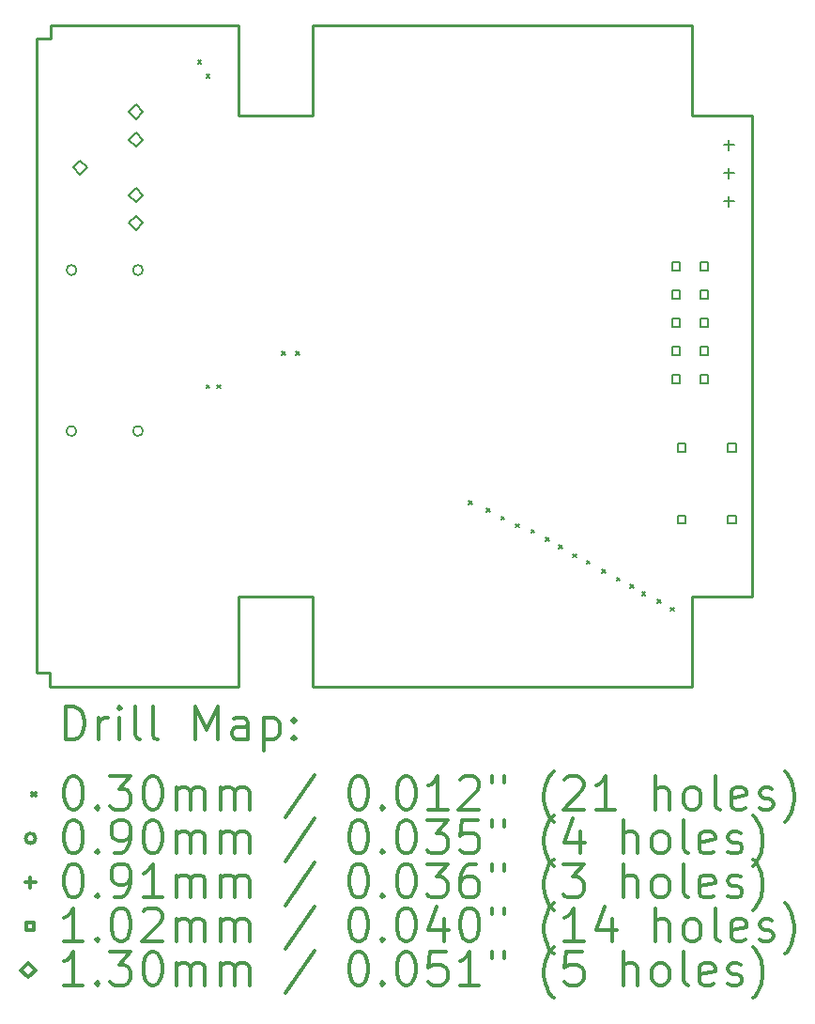
<source format=gbr>
%FSLAX45Y45*%
G04 Gerber Fmt 4.5, Leading zero omitted, Abs format (unit mm)*
G04 Created by KiCad (PCBNEW 0.201501280107+5391~20~ubuntu14.10.1-product) date Fre 06 Feb 2015 15:08:14 CET*
%MOMM*%
G01*
G04 APERTURE LIST*
%ADD10C,0.127000*%
%ADD11C,0.254000*%
%ADD12C,0.200000*%
%ADD13C,0.300000*%
G04 APERTURE END LIST*
D10*
D11*
X-11220450Y20643850D02*
X-11220450Y19831050D01*
X-11893550Y20643850D02*
X-11220450Y20643850D01*
X-11893550Y19831050D02*
X-11893550Y20643850D01*
X-11220450Y24974550D02*
X-11220450Y25787350D01*
X-11893550Y24974550D02*
X-11220450Y24974550D01*
X-11893550Y25787350D02*
X-11893550Y24974550D01*
X-7804150Y24974550D02*
X-7258050Y24974550D01*
X-7804150Y25787350D02*
X-7804150Y24974550D01*
X-7804150Y20643850D02*
X-7258050Y20643850D01*
X-7804150Y19831050D02*
X-7804150Y20643850D01*
X-13582650Y25673050D02*
X-13709650Y25673050D01*
X-13582650Y25787350D02*
X-13582650Y25673050D01*
X-11893550Y25787350D02*
X-13582650Y25787350D01*
X-7804150Y25787350D02*
X-11220450Y25787350D01*
X-11220450Y19831050D02*
X-7804150Y19831050D01*
X-13595350Y19831050D02*
X-11893550Y19831050D01*
X-13595350Y19958050D02*
X-13595350Y19831050D01*
X-13709650Y19958050D02*
X-13595350Y19958050D01*
X-13709650Y25673050D02*
X-13709650Y19958050D01*
X-7258050Y20649190D02*
X-7258050Y24969200D01*
D12*
X-12258700Y25474200D02*
X-12228700Y25444200D01*
X-12228700Y25474200D02*
X-12258700Y25444200D01*
X-12183700Y25349200D02*
X-12153700Y25319200D01*
X-12153700Y25349200D02*
X-12183700Y25319200D01*
X-12183700Y22549200D02*
X-12153700Y22519200D01*
X-12153700Y22549200D02*
X-12183700Y22519200D01*
X-12083700Y22549200D02*
X-12053700Y22519200D01*
X-12053700Y22549200D02*
X-12083700Y22519200D01*
X-11498700Y22849200D02*
X-11468700Y22819200D01*
X-11468700Y22849200D02*
X-11498700Y22819200D01*
X-11373700Y22849200D02*
X-11343700Y22819200D01*
X-11343700Y22849200D02*
X-11373700Y22819200D01*
X-9813700Y21504200D02*
X-9783700Y21474200D01*
X-9783700Y21504200D02*
X-9813700Y21474200D01*
X-9653700Y21434200D02*
X-9623700Y21404200D01*
X-9623700Y21434200D02*
X-9653700Y21404200D01*
X-9523700Y21364200D02*
X-9493700Y21334200D01*
X-9493700Y21364200D02*
X-9523700Y21334200D01*
X-9393700Y21294200D02*
X-9363700Y21264200D01*
X-9363700Y21294200D02*
X-9393700Y21264200D01*
X-9253700Y21244200D02*
X-9223700Y21214200D01*
X-9223700Y21244200D02*
X-9253700Y21214200D01*
X-9123700Y21174200D02*
X-9093700Y21144200D01*
X-9093700Y21174200D02*
X-9123700Y21144200D01*
X-9003700Y21104200D02*
X-8973700Y21074200D01*
X-8973700Y21104200D02*
X-9003700Y21074200D01*
X-8873700Y21024200D02*
X-8843700Y20994200D01*
X-8843700Y21024200D02*
X-8873700Y20994200D01*
X-8753700Y20964200D02*
X-8723700Y20934200D01*
X-8723700Y20964200D02*
X-8753700Y20934200D01*
X-8613700Y20884200D02*
X-8583700Y20854200D01*
X-8583700Y20884200D02*
X-8613700Y20854200D01*
X-8483700Y20814200D02*
X-8453700Y20784200D01*
X-8453700Y20814200D02*
X-8483700Y20784200D01*
X-8358400Y20749784D02*
X-8328400Y20719784D01*
X-8328400Y20749784D02*
X-8358400Y20719784D01*
X-8253700Y20684200D02*
X-8223700Y20654200D01*
X-8223700Y20684200D02*
X-8253700Y20654200D01*
X-8113700Y20614200D02*
X-8083700Y20584200D01*
X-8083700Y20614200D02*
X-8113700Y20584200D01*
X-7993700Y20544200D02*
X-7963700Y20514200D01*
X-7963700Y20544200D02*
X-7993700Y20514200D01*
X-13353700Y23584200D02*
G75*
G03X-13353700Y23584200I-45000J0D01*
G01*
X-13353700Y22134200D02*
G75*
G03X-13353700Y22134200I-45000J0D01*
G01*
X-12753700Y23584200D02*
G75*
G03X-12753700Y23584200I-45000J0D01*
G01*
X-12753700Y22134200D02*
G75*
G03X-12753700Y22134200I-45000J0D01*
G01*
X-7468700Y24758920D02*
X-7468700Y24667480D01*
X-7514420Y24713200D02*
X-7422980Y24713200D01*
X-7468700Y24504920D02*
X-7468700Y24413480D01*
X-7514420Y24459200D02*
X-7422980Y24459200D01*
X-7468700Y24250920D02*
X-7468700Y24159480D01*
X-7514420Y24205200D02*
X-7422980Y24205200D01*
X-7909779Y23581279D02*
X-7909779Y23653121D01*
X-7981621Y23653121D01*
X-7981621Y23581279D01*
X-7909779Y23581279D01*
X-7909779Y23327279D02*
X-7909779Y23399121D01*
X-7981621Y23399121D01*
X-7981621Y23327279D01*
X-7909779Y23327279D01*
X-7909779Y23073279D02*
X-7909779Y23145121D01*
X-7981621Y23145121D01*
X-7981621Y23073279D01*
X-7909779Y23073279D01*
X-7909779Y22819279D02*
X-7909779Y22891121D01*
X-7981621Y22891121D01*
X-7981621Y22819279D01*
X-7909779Y22819279D01*
X-7909779Y22565279D02*
X-7909779Y22637121D01*
X-7981621Y22637121D01*
X-7981621Y22565279D01*
X-7909779Y22565279D01*
X-7858839Y21948399D02*
X-7858839Y22020241D01*
X-7930681Y22020241D01*
X-7930681Y21948399D01*
X-7858839Y21948399D01*
X-7858839Y21298159D02*
X-7858839Y21370001D01*
X-7930681Y21370001D01*
X-7930681Y21298159D01*
X-7858839Y21298159D01*
X-7655779Y23581279D02*
X-7655779Y23653121D01*
X-7727621Y23653121D01*
X-7727621Y23581279D01*
X-7655779Y23581279D01*
X-7655779Y23327279D02*
X-7655779Y23399121D01*
X-7727621Y23399121D01*
X-7727621Y23327279D01*
X-7655779Y23327279D01*
X-7655779Y23073279D02*
X-7655779Y23145121D01*
X-7727621Y23145121D01*
X-7727621Y23073279D01*
X-7655779Y23073279D01*
X-7655779Y22819279D02*
X-7655779Y22891121D01*
X-7727621Y22891121D01*
X-7727621Y22819279D01*
X-7655779Y22819279D01*
X-7655779Y22565279D02*
X-7655779Y22637121D01*
X-7727621Y22637121D01*
X-7727621Y22565279D01*
X-7655779Y22565279D01*
X-7406719Y21948399D02*
X-7406719Y22020241D01*
X-7478561Y22020241D01*
X-7478561Y21948399D01*
X-7406719Y21948399D01*
X-7406719Y21298159D02*
X-7406719Y21370001D01*
X-7478561Y21370001D01*
X-7478561Y21298159D01*
X-7406719Y21298159D01*
X-13318700Y24444200D02*
X-13253700Y24509200D01*
X-13318700Y24574200D01*
X-13383700Y24509200D01*
X-13318700Y24444200D01*
X-12818700Y24944200D02*
X-12753700Y25009200D01*
X-12818700Y25074200D01*
X-12883700Y25009200D01*
X-12818700Y24944200D01*
X-12818700Y24694200D02*
X-12753700Y24759200D01*
X-12818700Y24824200D01*
X-12883700Y24759200D01*
X-12818700Y24694200D01*
X-12818700Y24194200D02*
X-12753700Y24259200D01*
X-12818700Y24324200D01*
X-12883700Y24259200D01*
X-12818700Y24194200D01*
X-12818700Y23944200D02*
X-12753700Y24009200D01*
X-12818700Y24074200D01*
X-12883700Y24009200D01*
X-12818700Y23944200D01*
D13*
X-13450921Y19352636D02*
X-13450921Y19652636D01*
X-13379493Y19652636D01*
X-13336636Y19638350D01*
X-13308064Y19609779D01*
X-13293779Y19581207D01*
X-13279493Y19524064D01*
X-13279493Y19481207D01*
X-13293779Y19424064D01*
X-13308064Y19395493D01*
X-13336636Y19366921D01*
X-13379493Y19352636D01*
X-13450921Y19352636D01*
X-13150921Y19352636D02*
X-13150921Y19552636D01*
X-13150921Y19495493D02*
X-13136636Y19524064D01*
X-13122350Y19538350D01*
X-13093779Y19552636D01*
X-13065207Y19552636D01*
X-12965207Y19352636D02*
X-12965207Y19552636D01*
X-12965207Y19652636D02*
X-12979493Y19638350D01*
X-12965207Y19624064D01*
X-12950921Y19638350D01*
X-12965207Y19652636D01*
X-12965207Y19624064D01*
X-12779493Y19352636D02*
X-12808064Y19366921D01*
X-12822350Y19395493D01*
X-12822350Y19652636D01*
X-12622350Y19352636D02*
X-12650921Y19366921D01*
X-12665207Y19395493D01*
X-12665207Y19652636D01*
X-12279493Y19352636D02*
X-12279493Y19652636D01*
X-12179493Y19438350D01*
X-12079493Y19652636D01*
X-12079493Y19352636D01*
X-11808064Y19352636D02*
X-11808064Y19509779D01*
X-11822350Y19538350D01*
X-11850921Y19552636D01*
X-11908064Y19552636D01*
X-11936636Y19538350D01*
X-11808064Y19366921D02*
X-11836636Y19352636D01*
X-11908064Y19352636D01*
X-11936636Y19366921D01*
X-11950921Y19395493D01*
X-11950921Y19424064D01*
X-11936636Y19452636D01*
X-11908064Y19466921D01*
X-11836636Y19466921D01*
X-11808064Y19481207D01*
X-11665207Y19552636D02*
X-11665207Y19252636D01*
X-11665207Y19538350D02*
X-11636636Y19552636D01*
X-11579493Y19552636D01*
X-11550921Y19538350D01*
X-11536636Y19524064D01*
X-11522350Y19495493D01*
X-11522350Y19409779D01*
X-11536636Y19381207D01*
X-11550921Y19366921D01*
X-11579493Y19352636D01*
X-11636636Y19352636D01*
X-11665207Y19366921D01*
X-11393779Y19381207D02*
X-11379493Y19366921D01*
X-11393779Y19352636D01*
X-11408064Y19366921D01*
X-11393779Y19381207D01*
X-11393779Y19352636D01*
X-11393779Y19538350D02*
X-11379493Y19524064D01*
X-11393779Y19509779D01*
X-11408064Y19524064D01*
X-11393779Y19538350D01*
X-11393779Y19509779D01*
X-13752350Y18873350D02*
X-13722350Y18843350D01*
X-13722350Y18873350D02*
X-13752350Y18843350D01*
X-13393779Y19022636D02*
X-13365207Y19022636D01*
X-13336636Y19008350D01*
X-13322350Y18994064D01*
X-13308064Y18965493D01*
X-13293779Y18908350D01*
X-13293779Y18836921D01*
X-13308064Y18779779D01*
X-13322350Y18751207D01*
X-13336636Y18736921D01*
X-13365207Y18722636D01*
X-13393779Y18722636D01*
X-13422350Y18736921D01*
X-13436636Y18751207D01*
X-13450921Y18779779D01*
X-13465207Y18836921D01*
X-13465207Y18908350D01*
X-13450921Y18965493D01*
X-13436636Y18994064D01*
X-13422350Y19008350D01*
X-13393779Y19022636D01*
X-13165207Y18751207D02*
X-13150921Y18736921D01*
X-13165207Y18722636D01*
X-13179493Y18736921D01*
X-13165207Y18751207D01*
X-13165207Y18722636D01*
X-13050922Y19022636D02*
X-12865207Y19022636D01*
X-12965207Y18908350D01*
X-12922350Y18908350D01*
X-12893779Y18894064D01*
X-12879493Y18879779D01*
X-12865207Y18851207D01*
X-12865207Y18779779D01*
X-12879493Y18751207D01*
X-12893779Y18736921D01*
X-12922350Y18722636D01*
X-13008064Y18722636D01*
X-13036636Y18736921D01*
X-13050922Y18751207D01*
X-12679493Y19022636D02*
X-12650921Y19022636D01*
X-12622350Y19008350D01*
X-12608064Y18994064D01*
X-12593779Y18965493D01*
X-12579493Y18908350D01*
X-12579493Y18836921D01*
X-12593779Y18779779D01*
X-12608064Y18751207D01*
X-12622350Y18736921D01*
X-12650921Y18722636D01*
X-12679493Y18722636D01*
X-12708064Y18736921D01*
X-12722350Y18751207D01*
X-12736636Y18779779D01*
X-12750921Y18836921D01*
X-12750921Y18908350D01*
X-12736636Y18965493D01*
X-12722350Y18994064D01*
X-12708064Y19008350D01*
X-12679493Y19022636D01*
X-12450921Y18722636D02*
X-12450921Y18922636D01*
X-12450921Y18894064D02*
X-12436636Y18908350D01*
X-12408064Y18922636D01*
X-12365207Y18922636D01*
X-12336636Y18908350D01*
X-12322350Y18879779D01*
X-12322350Y18722636D01*
X-12322350Y18879779D02*
X-12308064Y18908350D01*
X-12279493Y18922636D01*
X-12236636Y18922636D01*
X-12208064Y18908350D01*
X-12193779Y18879779D01*
X-12193779Y18722636D01*
X-12050921Y18722636D02*
X-12050921Y18922636D01*
X-12050921Y18894064D02*
X-12036636Y18908350D01*
X-12008064Y18922636D01*
X-11965207Y18922636D01*
X-11936636Y18908350D01*
X-11922350Y18879779D01*
X-11922350Y18722636D01*
X-11922350Y18879779D02*
X-11908064Y18908350D01*
X-11879493Y18922636D01*
X-11836636Y18922636D01*
X-11808064Y18908350D01*
X-11793779Y18879779D01*
X-11793779Y18722636D01*
X-11208064Y19036921D02*
X-11465207Y18651207D01*
X-10822350Y19022636D02*
X-10793779Y19022636D01*
X-10765207Y19008350D01*
X-10750922Y18994064D01*
X-10736636Y18965493D01*
X-10722350Y18908350D01*
X-10722350Y18836921D01*
X-10736636Y18779779D01*
X-10750922Y18751207D01*
X-10765207Y18736921D01*
X-10793779Y18722636D01*
X-10822350Y18722636D01*
X-10850922Y18736921D01*
X-10865207Y18751207D01*
X-10879493Y18779779D01*
X-10893779Y18836921D01*
X-10893779Y18908350D01*
X-10879493Y18965493D01*
X-10865207Y18994064D01*
X-10850922Y19008350D01*
X-10822350Y19022636D01*
X-10593779Y18751207D02*
X-10579493Y18736921D01*
X-10593779Y18722636D01*
X-10608064Y18736921D01*
X-10593779Y18751207D01*
X-10593779Y18722636D01*
X-10393779Y19022636D02*
X-10365207Y19022636D01*
X-10336636Y19008350D01*
X-10322350Y18994064D01*
X-10308065Y18965493D01*
X-10293779Y18908350D01*
X-10293779Y18836921D01*
X-10308065Y18779779D01*
X-10322350Y18751207D01*
X-10336636Y18736921D01*
X-10365207Y18722636D01*
X-10393779Y18722636D01*
X-10422350Y18736921D01*
X-10436636Y18751207D01*
X-10450922Y18779779D01*
X-10465207Y18836921D01*
X-10465207Y18908350D01*
X-10450922Y18965493D01*
X-10436636Y18994064D01*
X-10422350Y19008350D01*
X-10393779Y19022636D01*
X-10008065Y18722636D02*
X-10179493Y18722636D01*
X-10093779Y18722636D02*
X-10093779Y19022636D01*
X-10122350Y18979779D01*
X-10150922Y18951207D01*
X-10179493Y18936921D01*
X-9893779Y18994064D02*
X-9879493Y19008350D01*
X-9850922Y19022636D01*
X-9779493Y19022636D01*
X-9750922Y19008350D01*
X-9736636Y18994064D01*
X-9722350Y18965493D01*
X-9722350Y18936921D01*
X-9736636Y18894064D01*
X-9908065Y18722636D01*
X-9722350Y18722636D01*
X-9608064Y19022636D02*
X-9608064Y18965493D01*
X-9493779Y19022636D02*
X-9493779Y18965493D01*
X-9050922Y18608350D02*
X-9065207Y18622636D01*
X-9093779Y18665493D01*
X-9108065Y18694064D01*
X-9122350Y18736921D01*
X-9136636Y18808350D01*
X-9136636Y18865493D01*
X-9122350Y18936921D01*
X-9108065Y18979779D01*
X-9093779Y19008350D01*
X-9065207Y19051207D01*
X-9050922Y19065493D01*
X-8950922Y18994064D02*
X-8936636Y19008350D01*
X-8908065Y19022636D01*
X-8836636Y19022636D01*
X-8808065Y19008350D01*
X-8793779Y18994064D01*
X-8779493Y18965493D01*
X-8779493Y18936921D01*
X-8793779Y18894064D01*
X-8965207Y18722636D01*
X-8779493Y18722636D01*
X-8493779Y18722636D02*
X-8665207Y18722636D01*
X-8579493Y18722636D02*
X-8579493Y19022636D01*
X-8608065Y18979779D01*
X-8636636Y18951207D01*
X-8665207Y18936921D01*
X-8136636Y18722636D02*
X-8136636Y19022636D01*
X-8008064Y18722636D02*
X-8008064Y18879779D01*
X-8022350Y18908350D01*
X-8050922Y18922636D01*
X-8093779Y18922636D01*
X-8122350Y18908350D01*
X-8136636Y18894064D01*
X-7822350Y18722636D02*
X-7850922Y18736921D01*
X-7865207Y18751207D01*
X-7879493Y18779779D01*
X-7879493Y18865493D01*
X-7865207Y18894064D01*
X-7850922Y18908350D01*
X-7822350Y18922636D01*
X-7779493Y18922636D01*
X-7750922Y18908350D01*
X-7736636Y18894064D01*
X-7722350Y18865493D01*
X-7722350Y18779779D01*
X-7736636Y18751207D01*
X-7750922Y18736921D01*
X-7779493Y18722636D01*
X-7822350Y18722636D01*
X-7550922Y18722636D02*
X-7579493Y18736921D01*
X-7593779Y18765493D01*
X-7593779Y19022636D01*
X-7322350Y18736921D02*
X-7350921Y18722636D01*
X-7408064Y18722636D01*
X-7436636Y18736921D01*
X-7450921Y18765493D01*
X-7450921Y18879779D01*
X-7436636Y18908350D01*
X-7408064Y18922636D01*
X-7350921Y18922636D01*
X-7322350Y18908350D01*
X-7308064Y18879779D01*
X-7308064Y18851207D01*
X-7450921Y18822636D01*
X-7193779Y18736921D02*
X-7165207Y18722636D01*
X-7108064Y18722636D01*
X-7079493Y18736921D01*
X-7065207Y18765493D01*
X-7065207Y18779779D01*
X-7079493Y18808350D01*
X-7108064Y18822636D01*
X-7150921Y18822636D01*
X-7179493Y18836921D01*
X-7193779Y18865493D01*
X-7193779Y18879779D01*
X-7179493Y18908350D01*
X-7150921Y18922636D01*
X-7108064Y18922636D01*
X-7079493Y18908350D01*
X-6965207Y18608350D02*
X-6950921Y18622636D01*
X-6922350Y18665493D01*
X-6908064Y18694064D01*
X-6893779Y18736921D01*
X-6879493Y18808350D01*
X-6879493Y18865493D01*
X-6893779Y18936921D01*
X-6908064Y18979779D01*
X-6922350Y19008350D01*
X-6950921Y19051207D01*
X-6965207Y19065493D01*
X-13722350Y18462350D02*
G75*
G03X-13722350Y18462350I-45000J0D01*
G01*
X-13393779Y18626636D02*
X-13365207Y18626636D01*
X-13336636Y18612350D01*
X-13322350Y18598064D01*
X-13308064Y18569493D01*
X-13293779Y18512350D01*
X-13293779Y18440921D01*
X-13308064Y18383779D01*
X-13322350Y18355207D01*
X-13336636Y18340921D01*
X-13365207Y18326636D01*
X-13393779Y18326636D01*
X-13422350Y18340921D01*
X-13436636Y18355207D01*
X-13450921Y18383779D01*
X-13465207Y18440921D01*
X-13465207Y18512350D01*
X-13450921Y18569493D01*
X-13436636Y18598064D01*
X-13422350Y18612350D01*
X-13393779Y18626636D01*
X-13165207Y18355207D02*
X-13150921Y18340921D01*
X-13165207Y18326636D01*
X-13179493Y18340921D01*
X-13165207Y18355207D01*
X-13165207Y18326636D01*
X-13008064Y18326636D02*
X-12950922Y18326636D01*
X-12922350Y18340921D01*
X-12908064Y18355207D01*
X-12879493Y18398064D01*
X-12865207Y18455207D01*
X-12865207Y18569493D01*
X-12879493Y18598064D01*
X-12893779Y18612350D01*
X-12922350Y18626636D01*
X-12979493Y18626636D01*
X-13008064Y18612350D01*
X-13022350Y18598064D01*
X-13036636Y18569493D01*
X-13036636Y18498064D01*
X-13022350Y18469493D01*
X-13008064Y18455207D01*
X-12979493Y18440921D01*
X-12922350Y18440921D01*
X-12893779Y18455207D01*
X-12879493Y18469493D01*
X-12865207Y18498064D01*
X-12679493Y18626636D02*
X-12650921Y18626636D01*
X-12622350Y18612350D01*
X-12608064Y18598064D01*
X-12593779Y18569493D01*
X-12579493Y18512350D01*
X-12579493Y18440921D01*
X-12593779Y18383779D01*
X-12608064Y18355207D01*
X-12622350Y18340921D01*
X-12650921Y18326636D01*
X-12679493Y18326636D01*
X-12708064Y18340921D01*
X-12722350Y18355207D01*
X-12736636Y18383779D01*
X-12750921Y18440921D01*
X-12750921Y18512350D01*
X-12736636Y18569493D01*
X-12722350Y18598064D01*
X-12708064Y18612350D01*
X-12679493Y18626636D01*
X-12450921Y18326636D02*
X-12450921Y18526636D01*
X-12450921Y18498064D02*
X-12436636Y18512350D01*
X-12408064Y18526636D01*
X-12365207Y18526636D01*
X-12336636Y18512350D01*
X-12322350Y18483779D01*
X-12322350Y18326636D01*
X-12322350Y18483779D02*
X-12308064Y18512350D01*
X-12279493Y18526636D01*
X-12236636Y18526636D01*
X-12208064Y18512350D01*
X-12193779Y18483779D01*
X-12193779Y18326636D01*
X-12050921Y18326636D02*
X-12050921Y18526636D01*
X-12050921Y18498064D02*
X-12036636Y18512350D01*
X-12008064Y18526636D01*
X-11965207Y18526636D01*
X-11936636Y18512350D01*
X-11922350Y18483779D01*
X-11922350Y18326636D01*
X-11922350Y18483779D02*
X-11908064Y18512350D01*
X-11879493Y18526636D01*
X-11836636Y18526636D01*
X-11808064Y18512350D01*
X-11793779Y18483779D01*
X-11793779Y18326636D01*
X-11208064Y18640921D02*
X-11465207Y18255207D01*
X-10822350Y18626636D02*
X-10793779Y18626636D01*
X-10765207Y18612350D01*
X-10750922Y18598064D01*
X-10736636Y18569493D01*
X-10722350Y18512350D01*
X-10722350Y18440921D01*
X-10736636Y18383779D01*
X-10750922Y18355207D01*
X-10765207Y18340921D01*
X-10793779Y18326636D01*
X-10822350Y18326636D01*
X-10850922Y18340921D01*
X-10865207Y18355207D01*
X-10879493Y18383779D01*
X-10893779Y18440921D01*
X-10893779Y18512350D01*
X-10879493Y18569493D01*
X-10865207Y18598064D01*
X-10850922Y18612350D01*
X-10822350Y18626636D01*
X-10593779Y18355207D02*
X-10579493Y18340921D01*
X-10593779Y18326636D01*
X-10608064Y18340921D01*
X-10593779Y18355207D01*
X-10593779Y18326636D01*
X-10393779Y18626636D02*
X-10365207Y18626636D01*
X-10336636Y18612350D01*
X-10322350Y18598064D01*
X-10308065Y18569493D01*
X-10293779Y18512350D01*
X-10293779Y18440921D01*
X-10308065Y18383779D01*
X-10322350Y18355207D01*
X-10336636Y18340921D01*
X-10365207Y18326636D01*
X-10393779Y18326636D01*
X-10422350Y18340921D01*
X-10436636Y18355207D01*
X-10450922Y18383779D01*
X-10465207Y18440921D01*
X-10465207Y18512350D01*
X-10450922Y18569493D01*
X-10436636Y18598064D01*
X-10422350Y18612350D01*
X-10393779Y18626636D01*
X-10193779Y18626636D02*
X-10008065Y18626636D01*
X-10108065Y18512350D01*
X-10065207Y18512350D01*
X-10036636Y18498064D01*
X-10022350Y18483779D01*
X-10008065Y18455207D01*
X-10008065Y18383779D01*
X-10022350Y18355207D01*
X-10036636Y18340921D01*
X-10065207Y18326636D01*
X-10150922Y18326636D01*
X-10179493Y18340921D01*
X-10193779Y18355207D01*
X-9736636Y18626636D02*
X-9879493Y18626636D01*
X-9893779Y18483779D01*
X-9879493Y18498064D01*
X-9850922Y18512350D01*
X-9779493Y18512350D01*
X-9750922Y18498064D01*
X-9736636Y18483779D01*
X-9722350Y18455207D01*
X-9722350Y18383779D01*
X-9736636Y18355207D01*
X-9750922Y18340921D01*
X-9779493Y18326636D01*
X-9850922Y18326636D01*
X-9879493Y18340921D01*
X-9893779Y18355207D01*
X-9608064Y18626636D02*
X-9608064Y18569493D01*
X-9493779Y18626636D02*
X-9493779Y18569493D01*
X-9050922Y18212350D02*
X-9065207Y18226636D01*
X-9093779Y18269493D01*
X-9108065Y18298064D01*
X-9122350Y18340921D01*
X-9136636Y18412350D01*
X-9136636Y18469493D01*
X-9122350Y18540921D01*
X-9108065Y18583779D01*
X-9093779Y18612350D01*
X-9065207Y18655207D01*
X-9050922Y18669493D01*
X-8808065Y18526636D02*
X-8808065Y18326636D01*
X-8879493Y18640921D02*
X-8950922Y18426636D01*
X-8765207Y18426636D01*
X-8422350Y18326636D02*
X-8422350Y18626636D01*
X-8293779Y18326636D02*
X-8293779Y18483779D01*
X-8308064Y18512350D01*
X-8336636Y18526636D01*
X-8379493Y18526636D01*
X-8408065Y18512350D01*
X-8422350Y18498064D01*
X-8108064Y18326636D02*
X-8136636Y18340921D01*
X-8150922Y18355207D01*
X-8165207Y18383779D01*
X-8165207Y18469493D01*
X-8150922Y18498064D01*
X-8136636Y18512350D01*
X-8108064Y18526636D01*
X-8065207Y18526636D01*
X-8036636Y18512350D01*
X-8022350Y18498064D01*
X-8008064Y18469493D01*
X-8008064Y18383779D01*
X-8022350Y18355207D01*
X-8036636Y18340921D01*
X-8065207Y18326636D01*
X-8108064Y18326636D01*
X-7836636Y18326636D02*
X-7865207Y18340921D01*
X-7879493Y18369493D01*
X-7879493Y18626636D01*
X-7608064Y18340921D02*
X-7636636Y18326636D01*
X-7693779Y18326636D01*
X-7722350Y18340921D01*
X-7736636Y18369493D01*
X-7736636Y18483779D01*
X-7722350Y18512350D01*
X-7693779Y18526636D01*
X-7636636Y18526636D01*
X-7608064Y18512350D01*
X-7593779Y18483779D01*
X-7593779Y18455207D01*
X-7736636Y18426636D01*
X-7479493Y18340921D02*
X-7450921Y18326636D01*
X-7393779Y18326636D01*
X-7365207Y18340921D01*
X-7350921Y18369493D01*
X-7350921Y18383779D01*
X-7365207Y18412350D01*
X-7393779Y18426636D01*
X-7436636Y18426636D01*
X-7465207Y18440921D01*
X-7479493Y18469493D01*
X-7479493Y18483779D01*
X-7465207Y18512350D01*
X-7436636Y18526636D01*
X-7393779Y18526636D01*
X-7365207Y18512350D01*
X-7250922Y18212350D02*
X-7236636Y18226636D01*
X-7208064Y18269493D01*
X-7193779Y18298064D01*
X-7179493Y18340921D01*
X-7165207Y18412350D01*
X-7165207Y18469493D01*
X-7179493Y18540921D01*
X-7193779Y18583779D01*
X-7208064Y18612350D01*
X-7236636Y18655207D01*
X-7250922Y18669493D01*
X-13768070Y18112070D02*
X-13768070Y18020630D01*
X-13813790Y18066350D02*
X-13722350Y18066350D01*
X-13393779Y18230636D02*
X-13365207Y18230636D01*
X-13336636Y18216350D01*
X-13322350Y18202064D01*
X-13308064Y18173493D01*
X-13293779Y18116350D01*
X-13293779Y18044921D01*
X-13308064Y17987779D01*
X-13322350Y17959207D01*
X-13336636Y17944921D01*
X-13365207Y17930636D01*
X-13393779Y17930636D01*
X-13422350Y17944921D01*
X-13436636Y17959207D01*
X-13450921Y17987779D01*
X-13465207Y18044921D01*
X-13465207Y18116350D01*
X-13450921Y18173493D01*
X-13436636Y18202064D01*
X-13422350Y18216350D01*
X-13393779Y18230636D01*
X-13165207Y17959207D02*
X-13150921Y17944921D01*
X-13165207Y17930636D01*
X-13179493Y17944921D01*
X-13165207Y17959207D01*
X-13165207Y17930636D01*
X-13008064Y17930636D02*
X-12950922Y17930636D01*
X-12922350Y17944921D01*
X-12908064Y17959207D01*
X-12879493Y18002064D01*
X-12865207Y18059207D01*
X-12865207Y18173493D01*
X-12879493Y18202064D01*
X-12893779Y18216350D01*
X-12922350Y18230636D01*
X-12979493Y18230636D01*
X-13008064Y18216350D01*
X-13022350Y18202064D01*
X-13036636Y18173493D01*
X-13036636Y18102064D01*
X-13022350Y18073493D01*
X-13008064Y18059207D01*
X-12979493Y18044921D01*
X-12922350Y18044921D01*
X-12893779Y18059207D01*
X-12879493Y18073493D01*
X-12865207Y18102064D01*
X-12579493Y17930636D02*
X-12750921Y17930636D01*
X-12665207Y17930636D02*
X-12665207Y18230636D01*
X-12693779Y18187779D01*
X-12722350Y18159207D01*
X-12750921Y18144921D01*
X-12450921Y17930636D02*
X-12450921Y18130636D01*
X-12450921Y18102064D02*
X-12436636Y18116350D01*
X-12408064Y18130636D01*
X-12365207Y18130636D01*
X-12336636Y18116350D01*
X-12322350Y18087779D01*
X-12322350Y17930636D01*
X-12322350Y18087779D02*
X-12308064Y18116350D01*
X-12279493Y18130636D01*
X-12236636Y18130636D01*
X-12208064Y18116350D01*
X-12193779Y18087779D01*
X-12193779Y17930636D01*
X-12050921Y17930636D02*
X-12050921Y18130636D01*
X-12050921Y18102064D02*
X-12036636Y18116350D01*
X-12008064Y18130636D01*
X-11965207Y18130636D01*
X-11936636Y18116350D01*
X-11922350Y18087779D01*
X-11922350Y17930636D01*
X-11922350Y18087779D02*
X-11908064Y18116350D01*
X-11879493Y18130636D01*
X-11836636Y18130636D01*
X-11808064Y18116350D01*
X-11793779Y18087779D01*
X-11793779Y17930636D01*
X-11208064Y18244921D02*
X-11465207Y17859207D01*
X-10822350Y18230636D02*
X-10793779Y18230636D01*
X-10765207Y18216350D01*
X-10750922Y18202064D01*
X-10736636Y18173493D01*
X-10722350Y18116350D01*
X-10722350Y18044921D01*
X-10736636Y17987779D01*
X-10750922Y17959207D01*
X-10765207Y17944921D01*
X-10793779Y17930636D01*
X-10822350Y17930636D01*
X-10850922Y17944921D01*
X-10865207Y17959207D01*
X-10879493Y17987779D01*
X-10893779Y18044921D01*
X-10893779Y18116350D01*
X-10879493Y18173493D01*
X-10865207Y18202064D01*
X-10850922Y18216350D01*
X-10822350Y18230636D01*
X-10593779Y17959207D02*
X-10579493Y17944921D01*
X-10593779Y17930636D01*
X-10608064Y17944921D01*
X-10593779Y17959207D01*
X-10593779Y17930636D01*
X-10393779Y18230636D02*
X-10365207Y18230636D01*
X-10336636Y18216350D01*
X-10322350Y18202064D01*
X-10308065Y18173493D01*
X-10293779Y18116350D01*
X-10293779Y18044921D01*
X-10308065Y17987779D01*
X-10322350Y17959207D01*
X-10336636Y17944921D01*
X-10365207Y17930636D01*
X-10393779Y17930636D01*
X-10422350Y17944921D01*
X-10436636Y17959207D01*
X-10450922Y17987779D01*
X-10465207Y18044921D01*
X-10465207Y18116350D01*
X-10450922Y18173493D01*
X-10436636Y18202064D01*
X-10422350Y18216350D01*
X-10393779Y18230636D01*
X-10193779Y18230636D02*
X-10008065Y18230636D01*
X-10108065Y18116350D01*
X-10065207Y18116350D01*
X-10036636Y18102064D01*
X-10022350Y18087779D01*
X-10008065Y18059207D01*
X-10008065Y17987779D01*
X-10022350Y17959207D01*
X-10036636Y17944921D01*
X-10065207Y17930636D01*
X-10150922Y17930636D01*
X-10179493Y17944921D01*
X-10193779Y17959207D01*
X-9750922Y18230636D02*
X-9808065Y18230636D01*
X-9836636Y18216350D01*
X-9850922Y18202064D01*
X-9879493Y18159207D01*
X-9893779Y18102064D01*
X-9893779Y17987779D01*
X-9879493Y17959207D01*
X-9865207Y17944921D01*
X-9836636Y17930636D01*
X-9779493Y17930636D01*
X-9750922Y17944921D01*
X-9736636Y17959207D01*
X-9722350Y17987779D01*
X-9722350Y18059207D01*
X-9736636Y18087779D01*
X-9750922Y18102064D01*
X-9779493Y18116350D01*
X-9836636Y18116350D01*
X-9865207Y18102064D01*
X-9879493Y18087779D01*
X-9893779Y18059207D01*
X-9608064Y18230636D02*
X-9608064Y18173493D01*
X-9493779Y18230636D02*
X-9493779Y18173493D01*
X-9050922Y17816350D02*
X-9065207Y17830636D01*
X-9093779Y17873493D01*
X-9108065Y17902064D01*
X-9122350Y17944921D01*
X-9136636Y18016350D01*
X-9136636Y18073493D01*
X-9122350Y18144921D01*
X-9108065Y18187779D01*
X-9093779Y18216350D01*
X-9065207Y18259207D01*
X-9050922Y18273493D01*
X-8965207Y18230636D02*
X-8779493Y18230636D01*
X-8879493Y18116350D01*
X-8836636Y18116350D01*
X-8808065Y18102064D01*
X-8793779Y18087779D01*
X-8779493Y18059207D01*
X-8779493Y17987779D01*
X-8793779Y17959207D01*
X-8808065Y17944921D01*
X-8836636Y17930636D01*
X-8922350Y17930636D01*
X-8950922Y17944921D01*
X-8965207Y17959207D01*
X-8422350Y17930636D02*
X-8422350Y18230636D01*
X-8293779Y17930636D02*
X-8293779Y18087779D01*
X-8308064Y18116350D01*
X-8336636Y18130636D01*
X-8379493Y18130636D01*
X-8408065Y18116350D01*
X-8422350Y18102064D01*
X-8108064Y17930636D02*
X-8136636Y17944921D01*
X-8150922Y17959207D01*
X-8165207Y17987779D01*
X-8165207Y18073493D01*
X-8150922Y18102064D01*
X-8136636Y18116350D01*
X-8108064Y18130636D01*
X-8065207Y18130636D01*
X-8036636Y18116350D01*
X-8022350Y18102064D01*
X-8008064Y18073493D01*
X-8008064Y17987779D01*
X-8022350Y17959207D01*
X-8036636Y17944921D01*
X-8065207Y17930636D01*
X-8108064Y17930636D01*
X-7836636Y17930636D02*
X-7865207Y17944921D01*
X-7879493Y17973493D01*
X-7879493Y18230636D01*
X-7608064Y17944921D02*
X-7636636Y17930636D01*
X-7693779Y17930636D01*
X-7722350Y17944921D01*
X-7736636Y17973493D01*
X-7736636Y18087779D01*
X-7722350Y18116350D01*
X-7693779Y18130636D01*
X-7636636Y18130636D01*
X-7608064Y18116350D01*
X-7593779Y18087779D01*
X-7593779Y18059207D01*
X-7736636Y18030636D01*
X-7479493Y17944921D02*
X-7450921Y17930636D01*
X-7393779Y17930636D01*
X-7365207Y17944921D01*
X-7350921Y17973493D01*
X-7350921Y17987779D01*
X-7365207Y18016350D01*
X-7393779Y18030636D01*
X-7436636Y18030636D01*
X-7465207Y18044921D01*
X-7479493Y18073493D01*
X-7479493Y18087779D01*
X-7465207Y18116350D01*
X-7436636Y18130636D01*
X-7393779Y18130636D01*
X-7365207Y18116350D01*
X-7250922Y17816350D02*
X-7236636Y17830636D01*
X-7208064Y17873493D01*
X-7193779Y17902064D01*
X-7179493Y17944921D01*
X-7165207Y18016350D01*
X-7165207Y18073493D01*
X-7179493Y18144921D01*
X-7193779Y18187779D01*
X-7208064Y18216350D01*
X-7236636Y18259207D01*
X-7250922Y18273493D01*
X-13737229Y17634429D02*
X-13737229Y17706271D01*
X-13809071Y17706271D01*
X-13809071Y17634429D01*
X-13737229Y17634429D01*
X-13293779Y17534636D02*
X-13465207Y17534636D01*
X-13379493Y17534636D02*
X-13379493Y17834636D01*
X-13408064Y17791779D01*
X-13436636Y17763207D01*
X-13465207Y17748921D01*
X-13165207Y17563207D02*
X-13150921Y17548921D01*
X-13165207Y17534636D01*
X-13179493Y17548921D01*
X-13165207Y17563207D01*
X-13165207Y17534636D01*
X-12965207Y17834636D02*
X-12936636Y17834636D01*
X-12908064Y17820350D01*
X-12893779Y17806064D01*
X-12879493Y17777493D01*
X-12865207Y17720350D01*
X-12865207Y17648921D01*
X-12879493Y17591779D01*
X-12893779Y17563207D01*
X-12908064Y17548921D01*
X-12936636Y17534636D01*
X-12965207Y17534636D01*
X-12993779Y17548921D01*
X-13008064Y17563207D01*
X-13022350Y17591779D01*
X-13036636Y17648921D01*
X-13036636Y17720350D01*
X-13022350Y17777493D01*
X-13008064Y17806064D01*
X-12993779Y17820350D01*
X-12965207Y17834636D01*
X-12750921Y17806064D02*
X-12736636Y17820350D01*
X-12708064Y17834636D01*
X-12636636Y17834636D01*
X-12608064Y17820350D01*
X-12593779Y17806064D01*
X-12579493Y17777493D01*
X-12579493Y17748921D01*
X-12593779Y17706064D01*
X-12765207Y17534636D01*
X-12579493Y17534636D01*
X-12450921Y17534636D02*
X-12450921Y17734636D01*
X-12450921Y17706064D02*
X-12436636Y17720350D01*
X-12408064Y17734636D01*
X-12365207Y17734636D01*
X-12336636Y17720350D01*
X-12322350Y17691779D01*
X-12322350Y17534636D01*
X-12322350Y17691779D02*
X-12308064Y17720350D01*
X-12279493Y17734636D01*
X-12236636Y17734636D01*
X-12208064Y17720350D01*
X-12193779Y17691779D01*
X-12193779Y17534636D01*
X-12050921Y17534636D02*
X-12050921Y17734636D01*
X-12050921Y17706064D02*
X-12036636Y17720350D01*
X-12008064Y17734636D01*
X-11965207Y17734636D01*
X-11936636Y17720350D01*
X-11922350Y17691779D01*
X-11922350Y17534636D01*
X-11922350Y17691779D02*
X-11908064Y17720350D01*
X-11879493Y17734636D01*
X-11836636Y17734636D01*
X-11808064Y17720350D01*
X-11793779Y17691779D01*
X-11793779Y17534636D01*
X-11208064Y17848921D02*
X-11465207Y17463207D01*
X-10822350Y17834636D02*
X-10793779Y17834636D01*
X-10765207Y17820350D01*
X-10750922Y17806064D01*
X-10736636Y17777493D01*
X-10722350Y17720350D01*
X-10722350Y17648921D01*
X-10736636Y17591779D01*
X-10750922Y17563207D01*
X-10765207Y17548921D01*
X-10793779Y17534636D01*
X-10822350Y17534636D01*
X-10850922Y17548921D01*
X-10865207Y17563207D01*
X-10879493Y17591779D01*
X-10893779Y17648921D01*
X-10893779Y17720350D01*
X-10879493Y17777493D01*
X-10865207Y17806064D01*
X-10850922Y17820350D01*
X-10822350Y17834636D01*
X-10593779Y17563207D02*
X-10579493Y17548921D01*
X-10593779Y17534636D01*
X-10608064Y17548921D01*
X-10593779Y17563207D01*
X-10593779Y17534636D01*
X-10393779Y17834636D02*
X-10365207Y17834636D01*
X-10336636Y17820350D01*
X-10322350Y17806064D01*
X-10308065Y17777493D01*
X-10293779Y17720350D01*
X-10293779Y17648921D01*
X-10308065Y17591779D01*
X-10322350Y17563207D01*
X-10336636Y17548921D01*
X-10365207Y17534636D01*
X-10393779Y17534636D01*
X-10422350Y17548921D01*
X-10436636Y17563207D01*
X-10450922Y17591779D01*
X-10465207Y17648921D01*
X-10465207Y17720350D01*
X-10450922Y17777493D01*
X-10436636Y17806064D01*
X-10422350Y17820350D01*
X-10393779Y17834636D01*
X-10036636Y17734636D02*
X-10036636Y17534636D01*
X-10108065Y17848921D02*
X-10179493Y17634636D01*
X-9993779Y17634636D01*
X-9822350Y17834636D02*
X-9793779Y17834636D01*
X-9765207Y17820350D01*
X-9750922Y17806064D01*
X-9736636Y17777493D01*
X-9722350Y17720350D01*
X-9722350Y17648921D01*
X-9736636Y17591779D01*
X-9750922Y17563207D01*
X-9765207Y17548921D01*
X-9793779Y17534636D01*
X-9822350Y17534636D01*
X-9850922Y17548921D01*
X-9865207Y17563207D01*
X-9879493Y17591779D01*
X-9893779Y17648921D01*
X-9893779Y17720350D01*
X-9879493Y17777493D01*
X-9865207Y17806064D01*
X-9850922Y17820350D01*
X-9822350Y17834636D01*
X-9608064Y17834636D02*
X-9608064Y17777493D01*
X-9493779Y17834636D02*
X-9493779Y17777493D01*
X-9050922Y17420350D02*
X-9065207Y17434636D01*
X-9093779Y17477493D01*
X-9108065Y17506064D01*
X-9122350Y17548921D01*
X-9136636Y17620350D01*
X-9136636Y17677493D01*
X-9122350Y17748921D01*
X-9108065Y17791779D01*
X-9093779Y17820350D01*
X-9065207Y17863207D01*
X-9050922Y17877493D01*
X-8779493Y17534636D02*
X-8950922Y17534636D01*
X-8865207Y17534636D02*
X-8865207Y17834636D01*
X-8893779Y17791779D01*
X-8922350Y17763207D01*
X-8950922Y17748921D01*
X-8522350Y17734636D02*
X-8522350Y17534636D01*
X-8593779Y17848921D02*
X-8665207Y17634636D01*
X-8479493Y17634636D01*
X-8136636Y17534636D02*
X-8136636Y17834636D01*
X-8008064Y17534636D02*
X-8008064Y17691779D01*
X-8022350Y17720350D01*
X-8050922Y17734636D01*
X-8093779Y17734636D01*
X-8122350Y17720350D01*
X-8136636Y17706064D01*
X-7822350Y17534636D02*
X-7850922Y17548921D01*
X-7865207Y17563207D01*
X-7879493Y17591779D01*
X-7879493Y17677493D01*
X-7865207Y17706064D01*
X-7850922Y17720350D01*
X-7822350Y17734636D01*
X-7779493Y17734636D01*
X-7750922Y17720350D01*
X-7736636Y17706064D01*
X-7722350Y17677493D01*
X-7722350Y17591779D01*
X-7736636Y17563207D01*
X-7750922Y17548921D01*
X-7779493Y17534636D01*
X-7822350Y17534636D01*
X-7550922Y17534636D02*
X-7579493Y17548921D01*
X-7593779Y17577493D01*
X-7593779Y17834636D01*
X-7322350Y17548921D02*
X-7350921Y17534636D01*
X-7408064Y17534636D01*
X-7436636Y17548921D01*
X-7450921Y17577493D01*
X-7450921Y17691779D01*
X-7436636Y17720350D01*
X-7408064Y17734636D01*
X-7350921Y17734636D01*
X-7322350Y17720350D01*
X-7308064Y17691779D01*
X-7308064Y17663207D01*
X-7450921Y17634636D01*
X-7193779Y17548921D02*
X-7165207Y17534636D01*
X-7108064Y17534636D01*
X-7079493Y17548921D01*
X-7065207Y17577493D01*
X-7065207Y17591779D01*
X-7079493Y17620350D01*
X-7108064Y17634636D01*
X-7150921Y17634636D01*
X-7179493Y17648921D01*
X-7193779Y17677493D01*
X-7193779Y17691779D01*
X-7179493Y17720350D01*
X-7150921Y17734636D01*
X-7108064Y17734636D01*
X-7079493Y17720350D01*
X-6965207Y17420350D02*
X-6950921Y17434636D01*
X-6922350Y17477493D01*
X-6908064Y17506064D01*
X-6893779Y17548921D01*
X-6879493Y17620350D01*
X-6879493Y17677493D01*
X-6893779Y17748921D01*
X-6908064Y17791779D01*
X-6922350Y17820350D01*
X-6950921Y17863207D01*
X-6965207Y17877493D01*
X-13787350Y17209350D02*
X-13722350Y17274350D01*
X-13787350Y17339350D01*
X-13852350Y17274350D01*
X-13787350Y17209350D01*
X-13293779Y17138636D02*
X-13465207Y17138636D01*
X-13379493Y17138636D02*
X-13379493Y17438636D01*
X-13408064Y17395779D01*
X-13436636Y17367207D01*
X-13465207Y17352921D01*
X-13165207Y17167207D02*
X-13150921Y17152921D01*
X-13165207Y17138636D01*
X-13179493Y17152921D01*
X-13165207Y17167207D01*
X-13165207Y17138636D01*
X-13050922Y17438636D02*
X-12865207Y17438636D01*
X-12965207Y17324350D01*
X-12922350Y17324350D01*
X-12893779Y17310064D01*
X-12879493Y17295779D01*
X-12865207Y17267207D01*
X-12865207Y17195779D01*
X-12879493Y17167207D01*
X-12893779Y17152921D01*
X-12922350Y17138636D01*
X-13008064Y17138636D01*
X-13036636Y17152921D01*
X-13050922Y17167207D01*
X-12679493Y17438636D02*
X-12650921Y17438636D01*
X-12622350Y17424350D01*
X-12608064Y17410064D01*
X-12593779Y17381493D01*
X-12579493Y17324350D01*
X-12579493Y17252921D01*
X-12593779Y17195779D01*
X-12608064Y17167207D01*
X-12622350Y17152921D01*
X-12650921Y17138636D01*
X-12679493Y17138636D01*
X-12708064Y17152921D01*
X-12722350Y17167207D01*
X-12736636Y17195779D01*
X-12750921Y17252921D01*
X-12750921Y17324350D01*
X-12736636Y17381493D01*
X-12722350Y17410064D01*
X-12708064Y17424350D01*
X-12679493Y17438636D01*
X-12450921Y17138636D02*
X-12450921Y17338636D01*
X-12450921Y17310064D02*
X-12436636Y17324350D01*
X-12408064Y17338636D01*
X-12365207Y17338636D01*
X-12336636Y17324350D01*
X-12322350Y17295779D01*
X-12322350Y17138636D01*
X-12322350Y17295779D02*
X-12308064Y17324350D01*
X-12279493Y17338636D01*
X-12236636Y17338636D01*
X-12208064Y17324350D01*
X-12193779Y17295779D01*
X-12193779Y17138636D01*
X-12050921Y17138636D02*
X-12050921Y17338636D01*
X-12050921Y17310064D02*
X-12036636Y17324350D01*
X-12008064Y17338636D01*
X-11965207Y17338636D01*
X-11936636Y17324350D01*
X-11922350Y17295779D01*
X-11922350Y17138636D01*
X-11922350Y17295779D02*
X-11908064Y17324350D01*
X-11879493Y17338636D01*
X-11836636Y17338636D01*
X-11808064Y17324350D01*
X-11793779Y17295779D01*
X-11793779Y17138636D01*
X-11208064Y17452921D02*
X-11465207Y17067207D01*
X-10822350Y17438636D02*
X-10793779Y17438636D01*
X-10765207Y17424350D01*
X-10750922Y17410064D01*
X-10736636Y17381493D01*
X-10722350Y17324350D01*
X-10722350Y17252921D01*
X-10736636Y17195779D01*
X-10750922Y17167207D01*
X-10765207Y17152921D01*
X-10793779Y17138636D01*
X-10822350Y17138636D01*
X-10850922Y17152921D01*
X-10865207Y17167207D01*
X-10879493Y17195779D01*
X-10893779Y17252921D01*
X-10893779Y17324350D01*
X-10879493Y17381493D01*
X-10865207Y17410064D01*
X-10850922Y17424350D01*
X-10822350Y17438636D01*
X-10593779Y17167207D02*
X-10579493Y17152921D01*
X-10593779Y17138636D01*
X-10608064Y17152921D01*
X-10593779Y17167207D01*
X-10593779Y17138636D01*
X-10393779Y17438636D02*
X-10365207Y17438636D01*
X-10336636Y17424350D01*
X-10322350Y17410064D01*
X-10308065Y17381493D01*
X-10293779Y17324350D01*
X-10293779Y17252921D01*
X-10308065Y17195779D01*
X-10322350Y17167207D01*
X-10336636Y17152921D01*
X-10365207Y17138636D01*
X-10393779Y17138636D01*
X-10422350Y17152921D01*
X-10436636Y17167207D01*
X-10450922Y17195779D01*
X-10465207Y17252921D01*
X-10465207Y17324350D01*
X-10450922Y17381493D01*
X-10436636Y17410064D01*
X-10422350Y17424350D01*
X-10393779Y17438636D01*
X-10022350Y17438636D02*
X-10165207Y17438636D01*
X-10179493Y17295779D01*
X-10165207Y17310064D01*
X-10136636Y17324350D01*
X-10065207Y17324350D01*
X-10036636Y17310064D01*
X-10022350Y17295779D01*
X-10008065Y17267207D01*
X-10008065Y17195779D01*
X-10022350Y17167207D01*
X-10036636Y17152921D01*
X-10065207Y17138636D01*
X-10136636Y17138636D01*
X-10165207Y17152921D01*
X-10179493Y17167207D01*
X-9722350Y17138636D02*
X-9893779Y17138636D01*
X-9808065Y17138636D02*
X-9808065Y17438636D01*
X-9836636Y17395779D01*
X-9865207Y17367207D01*
X-9893779Y17352921D01*
X-9608064Y17438636D02*
X-9608064Y17381493D01*
X-9493779Y17438636D02*
X-9493779Y17381493D01*
X-9050922Y17024350D02*
X-9065207Y17038636D01*
X-9093779Y17081493D01*
X-9108065Y17110064D01*
X-9122350Y17152921D01*
X-9136636Y17224350D01*
X-9136636Y17281493D01*
X-9122350Y17352921D01*
X-9108065Y17395779D01*
X-9093779Y17424350D01*
X-9065207Y17467207D01*
X-9050922Y17481493D01*
X-8793779Y17438636D02*
X-8936636Y17438636D01*
X-8950922Y17295779D01*
X-8936636Y17310064D01*
X-8908065Y17324350D01*
X-8836636Y17324350D01*
X-8808065Y17310064D01*
X-8793779Y17295779D01*
X-8779493Y17267207D01*
X-8779493Y17195779D01*
X-8793779Y17167207D01*
X-8808065Y17152921D01*
X-8836636Y17138636D01*
X-8908065Y17138636D01*
X-8936636Y17152921D01*
X-8950922Y17167207D01*
X-8422350Y17138636D02*
X-8422350Y17438636D01*
X-8293779Y17138636D02*
X-8293779Y17295779D01*
X-8308064Y17324350D01*
X-8336636Y17338636D01*
X-8379493Y17338636D01*
X-8408065Y17324350D01*
X-8422350Y17310064D01*
X-8108064Y17138636D02*
X-8136636Y17152921D01*
X-8150922Y17167207D01*
X-8165207Y17195779D01*
X-8165207Y17281493D01*
X-8150922Y17310064D01*
X-8136636Y17324350D01*
X-8108064Y17338636D01*
X-8065207Y17338636D01*
X-8036636Y17324350D01*
X-8022350Y17310064D01*
X-8008064Y17281493D01*
X-8008064Y17195779D01*
X-8022350Y17167207D01*
X-8036636Y17152921D01*
X-8065207Y17138636D01*
X-8108064Y17138636D01*
X-7836636Y17138636D02*
X-7865207Y17152921D01*
X-7879493Y17181493D01*
X-7879493Y17438636D01*
X-7608064Y17152921D02*
X-7636636Y17138636D01*
X-7693779Y17138636D01*
X-7722350Y17152921D01*
X-7736636Y17181493D01*
X-7736636Y17295779D01*
X-7722350Y17324350D01*
X-7693779Y17338636D01*
X-7636636Y17338636D01*
X-7608064Y17324350D01*
X-7593779Y17295779D01*
X-7593779Y17267207D01*
X-7736636Y17238636D01*
X-7479493Y17152921D02*
X-7450921Y17138636D01*
X-7393779Y17138636D01*
X-7365207Y17152921D01*
X-7350921Y17181493D01*
X-7350921Y17195779D01*
X-7365207Y17224350D01*
X-7393779Y17238636D01*
X-7436636Y17238636D01*
X-7465207Y17252921D01*
X-7479493Y17281493D01*
X-7479493Y17295779D01*
X-7465207Y17324350D01*
X-7436636Y17338636D01*
X-7393779Y17338636D01*
X-7365207Y17324350D01*
X-7250922Y17024350D02*
X-7236636Y17038636D01*
X-7208064Y17081493D01*
X-7193779Y17110064D01*
X-7179493Y17152921D01*
X-7165207Y17224350D01*
X-7165207Y17281493D01*
X-7179493Y17352921D01*
X-7193779Y17395779D01*
X-7208064Y17424350D01*
X-7236636Y17467207D01*
X-7250922Y17481493D01*
M02*

</source>
